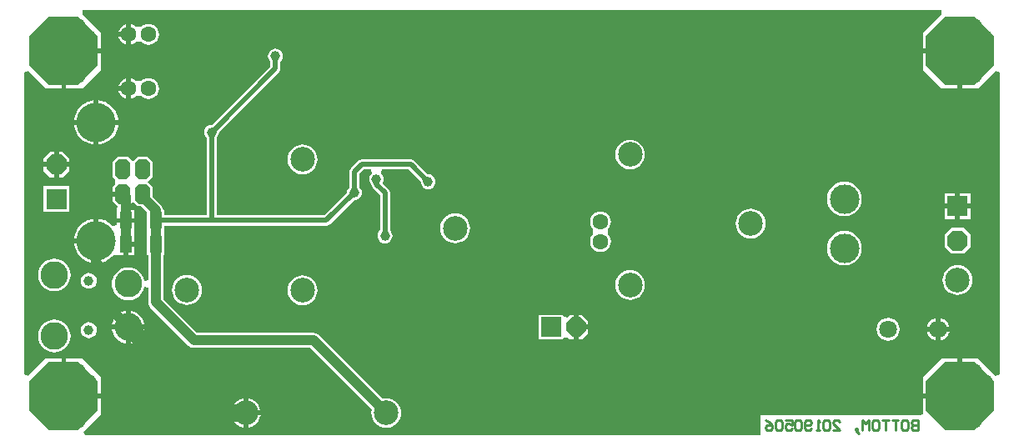
<source format=gbl>
G04*
G04 #@! TF.GenerationSoftware,Altium Limited,Altium Designer,19.0.15 (446)*
G04*
G04 Layer_Physical_Order=2*
G04 Layer_Color=16711680*
%FSLAX44Y44*%
%MOMM*%
G71*
G01*
G75*
%ADD15C,0.2540*%
%ADD24R,1.2700X1.6510*%
%ADD53C,0.5000*%
%ADD54C,1.0000*%
%ADD55C,1.8000*%
%ADD59C,3.0000*%
%ADD60C,1.8000*%
%ADD61R,2.1000X2.1000*%
%ADD62P,2.2730X8X292.5*%
%ADD63C,2.5000*%
%ADD64C,1.6000*%
%ADD65P,2.1648X8X22.5*%
%ADD66R,2.0000X2.0000*%
%ADD67C,2.8000*%
%ADD68C,1.0000*%
%ADD69C,4.0000*%
G04:AMPARAMS|DCode=70|XSize=1.6mm|YSize=2mm|CornerRadius=0mm|HoleSize=0mm|Usage=FLASHONLY|Rotation=0.000|XOffset=0mm|YOffset=0mm|HoleType=Round|Shape=Octagon|*
%AMOCTAGOND70*
4,1,8,-0.4000,1.0000,0.4000,1.0000,0.8000,0.6000,0.8000,-0.6000,0.4000,-1.0000,-0.4000,-1.0000,-0.8000,-0.6000,-0.8000,0.6000,-0.4000,1.0000,0.0*
%
%ADD70OCTAGOND70*%

G04:AMPARAMS|DCode=71|XSize=1.5mm|YSize=2mm|CornerRadius=0mm|HoleSize=0mm|Usage=FLASHONLY|Rotation=0.000|XOffset=0mm|YOffset=0mm|HoleType=Round|Shape=Octagon|*
%AMOCTAGOND71*
4,1,8,-0.3750,1.0000,0.3750,1.0000,0.7500,0.6250,0.7500,-0.6250,0.3750,-1.0000,-0.3750,-1.0000,-0.7500,-0.6250,-0.7500,0.6250,-0.3750,1.0000,0.0*
%
%ADD71OCTAGOND71*%

%ADD72C,1.5748*%
%ADD73P,7.5768X8X292.5*%
G36*
X936081Y432391D02*
X917460Y413770D01*
Y397500D01*
X927288D01*
X929600Y397196D01*
X931912Y397500D01*
X955000D01*
Y395000D01*
X957500D01*
Y357460D01*
X973770D01*
X991000Y374690D01*
X995000Y373033D01*
X995000Y66967D01*
X991000Y65310D01*
X973770Y82540D01*
X957500D01*
Y45000D01*
X955000D01*
Y42500D01*
X931912D01*
X929600Y42804D01*
X927288Y42500D01*
X917460D01*
Y29077D01*
X917460Y26230D01*
X913938Y25077D01*
X752470D01*
Y4800D01*
X66767Y4800D01*
X65110Y8800D01*
X82540Y26230D01*
Y42500D01*
X72712D01*
X70400Y42804D01*
X68088Y42500D01*
X45000D01*
Y45000D01*
X42500D01*
Y68088D01*
X42804Y70400D01*
X42500Y72712D01*
Y82540D01*
X26230D01*
X9000Y65310D01*
X5000Y66967D01*
Y373033D01*
X9000Y374690D01*
X26230Y357460D01*
X42500D01*
Y367288D01*
X42804Y369600D01*
X42500Y371912D01*
Y395000D01*
X45000D01*
Y397500D01*
X82540D01*
Y413770D01*
X63919Y432391D01*
X64131Y436391D01*
X935869D01*
X936081Y432391D01*
D02*
G37*
%LPC*%
G36*
X131000Y422631D02*
X128249Y422269D01*
X125684Y421207D01*
X123483Y419517D01*
X123453Y419478D01*
X118547D01*
X118517Y419517D01*
X116315Y421207D01*
X113751Y422269D01*
X113500Y422302D01*
Y412000D01*
Y401698D01*
X113751Y401731D01*
X116315Y402793D01*
X118517Y404483D01*
X118547Y404522D01*
X123453D01*
X123483Y404483D01*
X125684Y402793D01*
X128249Y401731D01*
X131000Y401369D01*
X133751Y401731D01*
X136315Y402793D01*
X138517Y404483D01*
X140207Y406684D01*
X141269Y409249D01*
X141631Y412000D01*
X141269Y414752D01*
X140207Y417315D01*
X138517Y419517D01*
X136315Y421207D01*
X133751Y422269D01*
X131000Y422631D01*
D02*
G37*
G36*
X108500Y422302D02*
X108249Y422269D01*
X105684Y421207D01*
X103483Y419517D01*
X101793Y417315D01*
X100731Y414752D01*
X100698Y414500D01*
X108500D01*
Y422302D01*
D02*
G37*
G36*
Y409500D02*
X100698D01*
X100731Y409249D01*
X101793Y406684D01*
X103483Y404483D01*
X105684Y402793D01*
X108249Y401731D01*
X108500Y401698D01*
Y409500D01*
D02*
G37*
G36*
X131000Y367631D02*
X128249Y367269D01*
X125684Y366207D01*
X123483Y364517D01*
X123453Y364478D01*
X118547D01*
X118517Y364517D01*
X116315Y366207D01*
X113751Y367269D01*
X113500Y367302D01*
Y357000D01*
Y346698D01*
X113751Y346731D01*
X116315Y347793D01*
X118517Y349483D01*
X118547Y349522D01*
X123453D01*
X123483Y349483D01*
X125684Y347793D01*
X128249Y346731D01*
X131000Y346369D01*
X133751Y346731D01*
X136315Y347793D01*
X138517Y349483D01*
X140207Y351684D01*
X141269Y354249D01*
X141631Y357000D01*
X141269Y359752D01*
X140207Y362315D01*
X138517Y364517D01*
X136315Y366207D01*
X133751Y367269D01*
X131000Y367631D01*
D02*
G37*
G36*
X108500Y367302D02*
X108249Y367269D01*
X105684Y366207D01*
X103483Y364517D01*
X101793Y362315D01*
X100731Y359752D01*
X100698Y359500D01*
X108500D01*
Y367302D01*
D02*
G37*
G36*
X929600Y392804D02*
X927288Y392500D01*
X917460D01*
Y376230D01*
X936230Y357460D01*
X952500D01*
Y367288D01*
X952804Y369600D01*
X952500Y371912D01*
Y392500D01*
X931912D01*
X929600Y392804D01*
D02*
G37*
G36*
X70400Y392804D02*
X68088Y392500D01*
X47500D01*
Y357460D01*
X63770D01*
X82540Y376230D01*
Y392500D01*
X72712D01*
X70400Y392804D01*
D02*
G37*
G36*
X108500Y354500D02*
X100698D01*
X100731Y354249D01*
X101793Y351684D01*
X103483Y349483D01*
X105684Y347793D01*
X108249Y346731D01*
X108500Y346698D01*
Y354500D01*
D02*
G37*
G36*
X80400Y345103D02*
Y325200D01*
X100303D01*
X100114Y327119D01*
X98825Y331367D01*
X96732Y335283D01*
X93915Y338715D01*
X90483Y341532D01*
X86567Y343625D01*
X82319Y344914D01*
X80400Y345103D01*
D02*
G37*
G36*
X75400D02*
X73481Y344914D01*
X69233Y343625D01*
X65317Y341532D01*
X61885Y338715D01*
X59068Y335283D01*
X56975Y331367D01*
X55686Y327119D01*
X55497Y325200D01*
X75400D01*
Y345103D01*
D02*
G37*
G36*
X260000Y397605D02*
X258032Y397346D01*
X256197Y396586D01*
X254622Y395378D01*
X253414Y393802D01*
X252654Y391968D01*
X252395Y390000D01*
X252654Y388032D01*
X253414Y386198D01*
X254622Y384622D01*
X254861Y384439D01*
Y379628D01*
X195299Y320066D01*
X195000Y320105D01*
X193032Y319846D01*
X191197Y319086D01*
X189622Y317878D01*
X188414Y316303D01*
X187654Y314468D01*
X187395Y312500D01*
X187654Y310532D01*
X188414Y308697D01*
X189622Y307122D01*
X189861Y306939D01*
Y228189D01*
X147130D01*
Y233845D01*
X145824D01*
X145586Y235657D01*
X144826Y237491D01*
X143618Y239067D01*
X135540Y247144D01*
Y257270D01*
X130310Y262500D01*
X135540Y267730D01*
Y282270D01*
X130270Y287540D01*
X119730D01*
X115000Y282810D01*
X110270Y287540D01*
X99730D01*
X94460Y282270D01*
Y267730D01*
X96987Y265203D01*
X97022Y259582D01*
X94960Y257520D01*
Y252500D01*
X105000D01*
Y247500D01*
X94960D01*
Y242480D01*
X99595Y237845D01*
X99051Y233845D01*
X98870D01*
Y225550D01*
X116650D01*
Y233845D01*
X110949D01*
X110405Y237845D01*
X114875Y242315D01*
X119730Y237460D01*
X123714D01*
X129350Y231824D01*
Y212255D01*
X129350D01*
Y209795D01*
X129350D01*
Y188205D01*
X130635D01*
Y162472D01*
X126701Y161992D01*
X125755Y165110D01*
X124219Y167984D01*
X122152Y170502D01*
X119634Y172569D01*
X116760Y174105D01*
X113642Y175051D01*
X110400Y175370D01*
X107158Y175051D01*
X104040Y174105D01*
X101166Y172569D01*
X98648Y170502D01*
X96581Y167984D01*
X95045Y165110D01*
X94099Y161992D01*
X93780Y158750D01*
X94099Y155508D01*
X95045Y152390D01*
X96581Y149516D01*
X98648Y146998D01*
X101166Y144931D01*
X104040Y143395D01*
X107158Y142449D01*
X110400Y142130D01*
X113642Y142449D01*
X116760Y143395D01*
X119634Y144931D01*
X122152Y146998D01*
X124219Y149516D01*
X125755Y152390D01*
X126701Y155508D01*
X130635Y155028D01*
Y140110D01*
X130894Y138142D01*
X131654Y136307D01*
X132862Y134732D01*
X171747Y95848D01*
X173322Y94639D01*
X174082Y94324D01*
X175157Y93879D01*
X177125Y93620D01*
X295625D01*
X357937Y31308D01*
X357677Y30449D01*
X357386Y27501D01*
X357677Y24553D01*
X358537Y21717D01*
X359933Y19105D01*
X361813Y16815D01*
X364103Y14935D01*
X366716Y13538D01*
X369551Y12678D01*
X372499Y12388D01*
X375448Y12678D01*
X378283Y13538D01*
X380895Y14935D01*
X383186Y16815D01*
X385065Y19105D01*
X386462Y21717D01*
X387322Y24553D01*
X387612Y27501D01*
X387322Y30449D01*
X386462Y33284D01*
X385065Y35897D01*
X383186Y38187D01*
X380895Y40067D01*
X378283Y41463D01*
X375448Y42323D01*
X372499Y42614D01*
X369551Y42323D01*
X368692Y42063D01*
X304153Y106603D01*
X302577Y107811D01*
X300743Y108571D01*
X298775Y108830D01*
X180275D01*
X145845Y143260D01*
Y188205D01*
X147130D01*
Y209795D01*
X147130D01*
Y212255D01*
X147130D01*
Y217911D01*
X311700D01*
X313666Y218302D01*
X315334Y219416D01*
X339701Y243784D01*
X340000Y243745D01*
X341968Y244004D01*
X343802Y244764D01*
X345378Y245972D01*
X346586Y247547D01*
X347346Y249382D01*
X347605Y251350D01*
X347346Y253318D01*
X346586Y255152D01*
X345378Y256728D01*
X345139Y256911D01*
Y270371D01*
X349628Y274861D01*
X356643D01*
X357753Y270861D01*
X357122Y270377D01*
X355913Y268802D01*
X355153Y266968D01*
X354894Y265000D01*
X355153Y263031D01*
X355913Y261197D01*
X357122Y259622D01*
X357492Y259337D01*
X357752Y258034D01*
X358866Y256367D01*
X366011Y249221D01*
Y213061D01*
X365772Y212878D01*
X364564Y211303D01*
X363804Y209468D01*
X363545Y207500D01*
X363804Y205532D01*
X364564Y203697D01*
X365772Y202122D01*
X367347Y200914D01*
X369182Y200154D01*
X371150Y199895D01*
X373118Y200154D01*
X374953Y200914D01*
X376528Y202122D01*
X377736Y203697D01*
X378496Y205532D01*
X378755Y207500D01*
X378496Y209468D01*
X377736Y211303D01*
X376528Y212878D01*
X376289Y213061D01*
Y251350D01*
X375898Y253316D01*
X374784Y254984D01*
X368862Y260905D01*
X369085Y261197D01*
X369845Y263031D01*
X370104Y265000D01*
X369845Y266968D01*
X369085Y268802D01*
X367877Y270377D01*
X367246Y270861D01*
X368355Y274861D01*
X395372D01*
X407434Y262799D01*
X407395Y262500D01*
X407654Y260532D01*
X408414Y258697D01*
X409622Y257122D01*
X411198Y255914D01*
X413032Y255154D01*
X415000Y254895D01*
X416968Y255154D01*
X418802Y255914D01*
X420378Y257122D01*
X421586Y258697D01*
X422346Y260532D01*
X422605Y262500D01*
X422346Y264468D01*
X421586Y266303D01*
X420378Y267878D01*
X418802Y269086D01*
X416968Y269846D01*
X415000Y270105D01*
X414701Y270066D01*
X401134Y283634D01*
X399467Y284748D01*
X397500Y285139D01*
X347500D01*
X345533Y284748D01*
X343866Y283634D01*
X336366Y276134D01*
X335252Y274466D01*
X334861Y272500D01*
Y256911D01*
X334622Y256728D01*
X333414Y255152D01*
X332654Y253318D01*
X332395Y251350D01*
X332434Y251052D01*
X309571Y228189D01*
X200139D01*
Y306939D01*
X200378Y307122D01*
X201586Y308697D01*
X202346Y310532D01*
X202605Y312500D01*
X202566Y312799D01*
X263634Y373866D01*
X264748Y375533D01*
X265139Y377500D01*
Y384439D01*
X265378Y384622D01*
X266586Y386198D01*
X267346Y388032D01*
X267605Y390000D01*
X267346Y391968D01*
X266586Y393802D01*
X265378Y395378D01*
X263803Y396586D01*
X261968Y397346D01*
X260000Y397605D01*
D02*
G37*
G36*
X100303Y320200D02*
X80400D01*
Y300297D01*
X82319Y300486D01*
X86567Y301775D01*
X90483Y303868D01*
X93915Y306685D01*
X96732Y310117D01*
X98825Y314033D01*
X100114Y318281D01*
X100303Y320200D01*
D02*
G37*
G36*
X75400D02*
X55497D01*
X55686Y318281D01*
X56975Y314033D01*
X59068Y310117D01*
X61885Y306685D01*
X65317Y303868D01*
X69233Y301775D01*
X73481Y300486D01*
X75400Y300297D01*
Y320200D01*
D02*
G37*
G36*
X44020Y293040D02*
X40000D01*
Y282500D01*
X50540D01*
Y286520D01*
X44020Y293040D01*
D02*
G37*
G36*
X35000D02*
X30980D01*
X24460Y286520D01*
Y282500D01*
X35000D01*
Y293040D01*
D02*
G37*
G36*
X620000Y305113D02*
X617052Y304822D01*
X614217Y303962D01*
X611604Y302566D01*
X609314Y300686D01*
X607434Y298396D01*
X606038Y295783D01*
X605178Y292948D01*
X604887Y290000D01*
X605178Y287052D01*
X606038Y284217D01*
X607434Y281604D01*
X609314Y279314D01*
X611604Y277434D01*
X614217Y276038D01*
X617052Y275178D01*
X620000Y274887D01*
X622948Y275178D01*
X625783Y276038D01*
X628396Y277434D01*
X630686Y279314D01*
X632566Y281604D01*
X633962Y284217D01*
X634822Y287052D01*
X635113Y290000D01*
X634822Y292948D01*
X633962Y295783D01*
X632566Y298396D01*
X630686Y300686D01*
X628396Y302566D01*
X625783Y303962D01*
X622948Y304822D01*
X620000Y305113D01*
D02*
G37*
G36*
X287500Y300113D02*
X284552Y299822D01*
X281717Y298962D01*
X279104Y297566D01*
X276814Y295686D01*
X274934Y293396D01*
X273538Y290783D01*
X272678Y287948D01*
X272387Y285000D01*
X272678Y282052D01*
X273538Y279217D01*
X274934Y276604D01*
X276814Y274314D01*
X279104Y272434D01*
X281717Y271038D01*
X284552Y270178D01*
X287500Y269887D01*
X290448Y270178D01*
X293283Y271038D01*
X295896Y272434D01*
X298186Y274314D01*
X300066Y276604D01*
X301462Y279217D01*
X302322Y282052D01*
X302613Y285000D01*
X302322Y287948D01*
X301462Y290783D01*
X300066Y293396D01*
X298186Y295686D01*
X295896Y297566D01*
X293283Y298962D01*
X290448Y299822D01*
X287500Y300113D01*
D02*
G37*
G36*
X50540Y277500D02*
X40000D01*
Y266960D01*
X44020D01*
X50540Y273480D01*
Y277500D01*
D02*
G37*
G36*
X35000D02*
X24460D01*
Y273480D01*
X30980Y266960D01*
X35000D01*
Y277500D01*
D02*
G37*
G36*
X965540Y250540D02*
X955000D01*
Y240000D01*
X965540D01*
Y250540D01*
D02*
G37*
G36*
X950000D02*
X939460D01*
Y240000D01*
X950000D01*
Y250540D01*
D02*
G37*
G36*
X50540Y258040D02*
X24460D01*
Y231960D01*
X50540D01*
Y258040D01*
D02*
G37*
G36*
X837500Y262625D02*
X834062Y262286D01*
X830755Y261283D01*
X827708Y259655D01*
X825037Y257463D01*
X822846Y254792D01*
X821217Y251745D01*
X820214Y248438D01*
X819875Y245000D01*
X820214Y241562D01*
X821217Y238255D01*
X822846Y235208D01*
X825037Y232537D01*
X827708Y230345D01*
X830755Y228717D01*
X834062Y227714D01*
X837500Y227375D01*
X840938Y227714D01*
X844245Y228717D01*
X847292Y230345D01*
X849963Y232537D01*
X852154Y235208D01*
X853783Y238255D01*
X854786Y241562D01*
X855125Y245000D01*
X854786Y248438D01*
X853783Y251745D01*
X852154Y254792D01*
X849963Y257463D01*
X847292Y259655D01*
X844245Y261283D01*
X840938Y262286D01*
X837500Y262625D01*
D02*
G37*
G36*
X965540Y235000D02*
X955000D01*
Y224460D01*
X965540D01*
Y235000D01*
D02*
G37*
G36*
X950000D02*
X939460D01*
Y224460D01*
X950000D01*
Y235000D01*
D02*
G37*
G36*
X742499Y235114D02*
X739551Y234823D01*
X736716Y233963D01*
X734103Y232567D01*
X731813Y230687D01*
X729933Y228397D01*
X728537Y225784D01*
X727677Y222949D01*
X727386Y220001D01*
X727677Y217052D01*
X728537Y214217D01*
X729933Y211605D01*
X731813Y209314D01*
X734103Y207435D01*
X736716Y206038D01*
X739551Y205178D01*
X742499Y204888D01*
X745447Y205178D01*
X748283Y206038D01*
X750895Y207435D01*
X753186Y209314D01*
X755065Y211605D01*
X756462Y214217D01*
X757321Y217052D01*
X757612Y220001D01*
X757321Y222949D01*
X756462Y225784D01*
X755065Y228397D01*
X753186Y230687D01*
X750895Y232567D01*
X748283Y233963D01*
X745447Y234823D01*
X742499Y235114D01*
D02*
G37*
G36*
X75400Y224703D02*
X73481Y224514D01*
X69233Y223225D01*
X65317Y221132D01*
X61885Y218315D01*
X59068Y214883D01*
X56975Y210967D01*
X55686Y206719D01*
X55497Y204800D01*
X75400D01*
Y224703D01*
D02*
G37*
G36*
X442500Y230113D02*
X439552Y229822D01*
X436717Y228962D01*
X434104Y227566D01*
X431814Y225686D01*
X429934Y223396D01*
X428538Y220783D01*
X427678Y217948D01*
X427387Y215000D01*
X427678Y212052D01*
X428538Y209217D01*
X429934Y206604D01*
X431814Y204314D01*
X434104Y202434D01*
X436717Y201038D01*
X439552Y200178D01*
X442500Y199887D01*
X445448Y200178D01*
X448283Y201038D01*
X450896Y202434D01*
X453186Y204314D01*
X455066Y206604D01*
X456462Y209217D01*
X457322Y212052D01*
X457613Y215000D01*
X457322Y217948D01*
X456462Y220783D01*
X455066Y223396D01*
X453186Y225686D01*
X450896Y227566D01*
X448283Y228962D01*
X445448Y229822D01*
X442500Y230113D01*
D02*
G37*
G36*
X590000Y232281D02*
X587248Y231919D01*
X584684Y230857D01*
X582483Y229167D01*
X580793Y226966D01*
X579731Y224401D01*
X579369Y221650D01*
X579731Y218899D01*
X580793Y216334D01*
X582483Y214133D01*
X582522Y214103D01*
Y209197D01*
X582483Y209167D01*
X580793Y206965D01*
X579731Y204401D01*
X579369Y201650D01*
X579731Y198899D01*
X580793Y196334D01*
X582483Y194133D01*
X584684Y192443D01*
X587248Y191381D01*
X590000Y191019D01*
X592752Y191381D01*
X595315Y192443D01*
X597517Y194133D01*
X599207Y196334D01*
X600269Y198899D01*
X600631Y201650D01*
X600269Y204401D01*
X599207Y206965D01*
X597517Y209167D01*
X597478Y209197D01*
Y214103D01*
X597517Y214133D01*
X599207Y216334D01*
X600269Y218899D01*
X600631Y221650D01*
X600269Y224401D01*
X599207Y226966D01*
X597517Y229167D01*
X595315Y230857D01*
X592752Y231919D01*
X590000Y232281D01*
D02*
G37*
G36*
X959020Y215540D02*
X945980D01*
X939460Y209020D01*
Y195980D01*
X945980Y189460D01*
X959020D01*
X965540Y195980D01*
Y209020D01*
X959020Y215540D01*
D02*
G37*
G36*
X116650Y196500D02*
X110260D01*
Y188205D01*
X116650D01*
Y196500D01*
D02*
G37*
G36*
X80400Y224703D02*
Y202300D01*
Y179897D01*
X82319Y180086D01*
X86567Y181375D01*
X90483Y183468D01*
X93915Y186285D01*
X95078Y187702D01*
X98870Y188205D01*
X98870Y188205D01*
X105260D01*
Y199000D01*
X107760D01*
Y201500D01*
X116650D01*
Y208255D01*
X116650Y212255D01*
X116650Y213795D01*
Y220550D01*
X98870D01*
Y218583D01*
X94870Y217152D01*
X93915Y218315D01*
X90483Y221132D01*
X86567Y223225D01*
X82319Y224514D01*
X80400Y224703D01*
D02*
G37*
G36*
X75400Y199800D02*
X55497D01*
X55686Y197881D01*
X56975Y193633D01*
X59068Y189717D01*
X61885Y186285D01*
X65317Y183468D01*
X69233Y181375D01*
X73481Y180086D01*
X75400Y179897D01*
Y199800D01*
D02*
G37*
G36*
X837500Y212625D02*
X834062Y212286D01*
X830755Y211283D01*
X827708Y209655D01*
X825037Y207463D01*
X822846Y204792D01*
X821217Y201745D01*
X820214Y198438D01*
X819875Y195000D01*
X820214Y191562D01*
X821217Y188255D01*
X822846Y185208D01*
X825037Y182537D01*
X827708Y180345D01*
X830755Y178717D01*
X834062Y177714D01*
X837500Y177375D01*
X840938Y177714D01*
X844245Y178717D01*
X847292Y180345D01*
X849963Y182537D01*
X852154Y185208D01*
X853783Y188255D01*
X854786Y191562D01*
X855125Y195000D01*
X854786Y198438D01*
X853783Y201745D01*
X852154Y204792D01*
X849963Y207463D01*
X847292Y209655D01*
X844245Y211283D01*
X840938Y212286D01*
X837500Y212625D01*
D02*
G37*
G36*
X70400Y169859D02*
X68301Y169583D01*
X66345Y168773D01*
X64666Y167484D01*
X63377Y165805D01*
X62567Y163849D01*
X62291Y161750D01*
X62567Y159651D01*
X63377Y157695D01*
X64666Y156016D01*
X66345Y154727D01*
X68301Y153917D01*
X70400Y153641D01*
X72499Y153917D01*
X74455Y154727D01*
X76134Y156016D01*
X77423Y157695D01*
X78233Y159651D01*
X78509Y161750D01*
X78233Y163849D01*
X77423Y165805D01*
X76134Y167484D01*
X74455Y168773D01*
X72499Y169583D01*
X70400Y169859D01*
D02*
G37*
G36*
X35400Y184370D02*
X32158Y184051D01*
X29040Y183105D01*
X26166Y181569D01*
X23648Y179502D01*
X21581Y176984D01*
X20045Y174110D01*
X19099Y170992D01*
X18780Y167750D01*
X19099Y164508D01*
X20045Y161390D01*
X21581Y158516D01*
X23648Y155998D01*
X26166Y153931D01*
X29040Y152395D01*
X32158Y151449D01*
X35400Y151130D01*
X38642Y151449D01*
X41760Y152395D01*
X44634Y153931D01*
X47152Y155998D01*
X49219Y158516D01*
X50755Y161390D01*
X51701Y164508D01*
X52020Y167750D01*
X51701Y170992D01*
X50755Y174110D01*
X49219Y176984D01*
X47152Y179502D01*
X44634Y181569D01*
X41760Y183105D01*
X38642Y184051D01*
X35400Y184370D01*
D02*
G37*
G36*
X952499Y177614D02*
X949551Y177323D01*
X946716Y176463D01*
X944103Y175067D01*
X941813Y173187D01*
X939933Y170897D01*
X938537Y168284D01*
X937677Y165449D01*
X937386Y162501D01*
X937677Y159552D01*
X938537Y156717D01*
X939933Y154105D01*
X941813Y151814D01*
X944103Y149935D01*
X946716Y148538D01*
X949551Y147678D01*
X952499Y147388D01*
X955447Y147678D01*
X958283Y148538D01*
X960895Y149935D01*
X963186Y151814D01*
X965065Y154105D01*
X966462Y156717D01*
X967322Y159552D01*
X967612Y162501D01*
X967322Y165449D01*
X966462Y168284D01*
X965065Y170897D01*
X963186Y173187D01*
X960895Y175067D01*
X958283Y176463D01*
X955447Y177323D01*
X952499Y177614D01*
D02*
G37*
G36*
X619999Y172612D02*
X617051Y172322D01*
X614216Y171462D01*
X611603Y170065D01*
X609313Y168186D01*
X607433Y165895D01*
X606037Y163283D01*
X605177Y160448D01*
X604886Y157499D01*
X605177Y154551D01*
X606037Y151716D01*
X607433Y149103D01*
X609313Y146813D01*
X611603Y144933D01*
X614216Y143537D01*
X617051Y142677D01*
X619999Y142386D01*
X622948Y142677D01*
X625783Y143537D01*
X628395Y144933D01*
X630686Y146813D01*
X632565Y149103D01*
X633962Y151716D01*
X634822Y154551D01*
X635112Y157499D01*
X634822Y160448D01*
X633962Y163283D01*
X632565Y165895D01*
X630686Y168186D01*
X628395Y170065D01*
X625783Y171462D01*
X622948Y172322D01*
X619999Y172612D01*
D02*
G37*
G36*
X169999Y167614D02*
X167051Y167323D01*
X164216Y166463D01*
X161603Y165067D01*
X159313Y163187D01*
X157433Y160897D01*
X156037Y158284D01*
X155177Y155449D01*
X154886Y152501D01*
X155177Y149552D01*
X156037Y146717D01*
X157433Y144105D01*
X159313Y141814D01*
X161603Y139935D01*
X164216Y138538D01*
X167051Y137678D01*
X169999Y137388D01*
X172948Y137678D01*
X175783Y138538D01*
X178395Y139935D01*
X180686Y141814D01*
X182565Y144105D01*
X183962Y146717D01*
X184822Y149552D01*
X185112Y152501D01*
X184822Y155449D01*
X183962Y158284D01*
X182565Y160897D01*
X180686Y163187D01*
X178395Y165067D01*
X175783Y166463D01*
X172948Y167323D01*
X169999Y167614D01*
D02*
G37*
G36*
X287500Y167213D02*
X284552Y166922D01*
X281717Y166062D01*
X279104Y164666D01*
X276814Y162786D01*
X274934Y160496D01*
X273538Y157883D01*
X272678Y155048D01*
X272387Y152100D01*
X272678Y149152D01*
X273538Y146317D01*
X274934Y143704D01*
X276814Y141414D01*
X279104Y139534D01*
X281717Y138138D01*
X284552Y137278D01*
X287500Y136987D01*
X290448Y137278D01*
X293283Y138138D01*
X295896Y139534D01*
X298186Y141414D01*
X300066Y143704D01*
X301462Y146317D01*
X302322Y149152D01*
X302613Y152100D01*
X302322Y155048D01*
X301462Y157883D01*
X300066Y160496D01*
X298186Y162786D01*
X295896Y164666D01*
X293283Y166062D01*
X290448Y166922D01*
X287500Y167213D01*
D02*
G37*
G36*
X562500Y127290D02*
X558730D01*
X556140Y124700D01*
X552140Y126357D01*
Y127290D01*
X527060D01*
Y102210D01*
X552140D01*
Y103143D01*
X556140Y104800D01*
X558730Y102210D01*
X562500D01*
Y114750D01*
Y127290D01*
D02*
G37*
G36*
X571270D02*
X567500D01*
Y117250D01*
X577540D01*
Y121020D01*
X571270Y127290D01*
D02*
G37*
G36*
X112900Y131124D02*
Y117250D01*
X126774D01*
X126701Y117992D01*
X125755Y121110D01*
X124219Y123984D01*
X122152Y126502D01*
X119634Y128569D01*
X116760Y130105D01*
X113642Y131051D01*
X112900Y131124D01*
D02*
G37*
G36*
X107900D02*
X107158Y131051D01*
X104040Y130105D01*
X101166Y128569D01*
X98648Y126502D01*
X96581Y123984D01*
X95045Y121110D01*
X94099Y117992D01*
X94026Y117250D01*
X107900D01*
Y131124D01*
D02*
G37*
G36*
X935400Y123810D02*
Y115000D01*
X944210D01*
X944143Y115513D01*
X942980Y118320D01*
X941130Y120730D01*
X938720Y122580D01*
X935912Y123743D01*
X935400Y123810D01*
D02*
G37*
G36*
X930400Y123810D02*
X929887Y123743D01*
X927080Y122580D01*
X924670Y120730D01*
X922820Y118320D01*
X921657Y115513D01*
X921590Y115000D01*
X930400D01*
Y123810D01*
D02*
G37*
G36*
X70400Y119859D02*
X68301Y119583D01*
X66345Y118773D01*
X64666Y117484D01*
X63377Y115805D01*
X62567Y113849D01*
X62291Y111750D01*
X62567Y109651D01*
X63377Y107695D01*
X64666Y106016D01*
X66345Y104727D01*
X68301Y103917D01*
X70400Y103641D01*
X72499Y103917D01*
X74455Y104727D01*
X76134Y106016D01*
X77423Y107695D01*
X78233Y109651D01*
X78509Y111750D01*
X78233Y113849D01*
X77423Y115805D01*
X76134Y117484D01*
X74455Y118773D01*
X72499Y119583D01*
X70400Y119859D01*
D02*
G37*
G36*
X577540Y112250D02*
X567500D01*
Y102210D01*
X571270D01*
X577540Y108480D01*
Y112250D01*
D02*
G37*
G36*
X930400Y110000D02*
X921590D01*
X921657Y109487D01*
X922820Y106680D01*
X924670Y104270D01*
X927080Y102420D01*
X929887Y101257D01*
X930400Y101190D01*
Y110000D01*
D02*
G37*
G36*
X944210D02*
X935400D01*
Y101190D01*
X935912Y101257D01*
X938720Y102420D01*
X941130Y104270D01*
X942980Y106680D01*
X944143Y109487D01*
X944210Y110000D01*
D02*
G37*
G36*
X882100Y124140D02*
X879087Y123743D01*
X876280Y122580D01*
X873870Y120730D01*
X872020Y118320D01*
X870857Y115513D01*
X870460Y112500D01*
X870857Y109487D01*
X872020Y106680D01*
X873870Y104270D01*
X876280Y102420D01*
X879087Y101257D01*
X882100Y100861D01*
X885113Y101257D01*
X887920Y102420D01*
X890330Y104270D01*
X892180Y106680D01*
X893343Y109487D01*
X893739Y112500D01*
X893343Y115513D01*
X892180Y118320D01*
X890330Y120730D01*
X887920Y122580D01*
X885113Y123743D01*
X882100Y124140D01*
D02*
G37*
G36*
X107900Y112250D02*
X94026D01*
X94099Y111508D01*
X95045Y108390D01*
X96581Y105516D01*
X98648Y102998D01*
X101166Y100931D01*
X104040Y99395D01*
X107158Y98449D01*
X107900Y98376D01*
Y112250D01*
D02*
G37*
G36*
X126774D02*
X112900D01*
Y98376D01*
X113642Y98449D01*
X116760Y99395D01*
X119634Y100931D01*
X122152Y102998D01*
X124219Y105516D01*
X125755Y108390D01*
X126701Y111508D01*
X126774Y112250D01*
D02*
G37*
G36*
X35400Y122370D02*
X32158Y122051D01*
X29040Y121105D01*
X26166Y119569D01*
X23648Y117502D01*
X21581Y114984D01*
X20045Y112110D01*
X19099Y108992D01*
X18780Y105750D01*
X19099Y102508D01*
X20045Y99390D01*
X21581Y96516D01*
X23648Y93998D01*
X26166Y91931D01*
X29040Y90395D01*
X32158Y89449D01*
X35400Y89130D01*
X38642Y89449D01*
X41760Y90395D01*
X44634Y91931D01*
X47152Y93998D01*
X49219Y96516D01*
X50755Y99390D01*
X51701Y102508D01*
X52020Y105750D01*
X51701Y108992D01*
X50755Y112110D01*
X49219Y114984D01*
X47152Y117502D01*
X44634Y119569D01*
X41760Y121105D01*
X38642Y122051D01*
X35400Y122370D01*
D02*
G37*
G36*
X63770Y82540D02*
X47500D01*
Y47500D01*
X82540D01*
Y63770D01*
X63770Y82540D01*
D02*
G37*
G36*
X952500D02*
X936230D01*
X917460Y63770D01*
Y47500D01*
X927288D01*
X929600Y47196D01*
X931912Y47500D01*
X952500D01*
Y68088D01*
X952804Y70400D01*
X952500Y72712D01*
Y82540D01*
D02*
G37*
G36*
X232499Y42367D02*
Y30001D01*
X244866D01*
X244822Y30449D01*
X243962Y33284D01*
X242565Y35897D01*
X240686Y38187D01*
X238395Y40067D01*
X235783Y41463D01*
X232948Y42323D01*
X232499Y42367D01*
D02*
G37*
G36*
X227499D02*
X227051Y42323D01*
X224216Y41463D01*
X221603Y40067D01*
X219313Y38187D01*
X217433Y35897D01*
X216037Y33284D01*
X215177Y30449D01*
X215133Y30001D01*
X227499D01*
Y42367D01*
D02*
G37*
G36*
X244866Y25001D02*
X232499D01*
Y12634D01*
X232948Y12678D01*
X235783Y13538D01*
X238395Y14935D01*
X240686Y16815D01*
X242565Y19105D01*
X243962Y21717D01*
X244822Y24553D01*
X244866Y25001D01*
D02*
G37*
G36*
X227499D02*
X215133D01*
X215177Y24553D01*
X216037Y21717D01*
X217433Y19105D01*
X219313Y16815D01*
X221603Y14935D01*
X224216Y13538D01*
X227051Y12678D01*
X227499Y12634D01*
Y25001D01*
D02*
G37*
%LPD*%
D15*
X912500Y19997D02*
Y10000D01*
X907502D01*
X905835Y11666D01*
Y13332D01*
X907502Y14998D01*
X912500D01*
X907502D01*
X905835Y16665D01*
Y18331D01*
X907502Y19997D01*
X912500D01*
X897505D02*
X900837D01*
X902503Y18331D01*
Y11666D01*
X900837Y10000D01*
X897505D01*
X895839Y11666D01*
Y18331D01*
X897505Y19997D01*
X892506D02*
X885842D01*
X889174D01*
Y10000D01*
X882510Y19997D02*
X875845D01*
X879177D01*
Y10000D01*
X867514Y19997D02*
X870847D01*
X872513Y18331D01*
Y11666D01*
X870847Y10000D01*
X867514D01*
X865848Y11666D01*
Y18331D01*
X867514Y19997D01*
X862516Y10000D02*
Y19997D01*
X859184Y16665D01*
X855852Y19997D01*
Y10000D01*
X850853Y8334D02*
X849187Y10000D01*
Y11666D01*
X850853D01*
Y10000D01*
X849187D01*
X850853Y8334D01*
X852519Y6668D01*
X825861Y10000D02*
X832526D01*
X825861Y16665D01*
Y18331D01*
X827527Y19997D01*
X830860D01*
X832526Y18331D01*
X822529D02*
X820863Y19997D01*
X817531D01*
X815864Y18331D01*
Y11666D01*
X817531Y10000D01*
X820863D01*
X822529Y11666D01*
Y18331D01*
X812532Y10000D02*
X809200D01*
X810866D01*
Y19997D01*
X812532Y18331D01*
X804202Y11666D02*
X802535Y10000D01*
X799203D01*
X797537Y11666D01*
Y18331D01*
X799203Y19997D01*
X802535D01*
X804202Y18331D01*
Y16665D01*
X802535Y14998D01*
X797537D01*
X794205Y18331D02*
X792539Y19997D01*
X789206D01*
X787540Y18331D01*
Y11666D01*
X789206Y10000D01*
X792539D01*
X794205Y11666D01*
Y18331D01*
X777543Y19997D02*
X784208D01*
Y14998D01*
X780876Y16665D01*
X779210D01*
X777543Y14998D01*
Y11666D01*
X779210Y10000D01*
X782542D01*
X784208Y11666D01*
X774211Y18331D02*
X772545Y19997D01*
X769213D01*
X767547Y18331D01*
Y11666D01*
X769213Y10000D01*
X772545D01*
X774211Y11666D01*
Y18331D01*
X757550Y19997D02*
X760882Y18331D01*
X764214Y14998D01*
Y11666D01*
X762548Y10000D01*
X759216D01*
X757550Y11666D01*
Y13332D01*
X759216Y14998D01*
X764214D01*
D24*
X138240Y223050D02*
D03*
X107760D02*
D03*
X138240Y199000D02*
D03*
X107760D02*
D03*
D53*
X195000Y312500D02*
X260000Y377500D01*
X195000Y223050D02*
Y312500D01*
Y223050D02*
X311700D01*
X138240D02*
X195000D01*
X311700D02*
X340000Y251350D01*
X362499Y260001D02*
Y265000D01*
X347500Y280000D02*
X397500D01*
X415000Y262500D01*
X340000Y272500D02*
X347500Y280000D01*
X362499Y260001D02*
X371150Y251350D01*
X340000D02*
Y272500D01*
X371150Y207500D02*
Y251350D01*
X260000Y377500D02*
Y390000D01*
D54*
X107760Y223050D02*
Y247240D01*
Y199000D02*
Y223050D01*
X177125Y101225D02*
X208775D01*
X138240Y140110D02*
X177125Y101225D01*
X298775D02*
X372499Y27501D01*
X208775Y101225D02*
X298775D01*
X85000Y140150D02*
Y172900D01*
X77900Y180000D02*
Y202300D01*
Y180000D02*
X85000Y172900D01*
Y140150D02*
X110400Y114750D01*
X138240Y140110D02*
Y199000D01*
X105000Y250000D02*
X107760Y247240D01*
X125000Y246929D02*
X138240Y233689D01*
Y223050D02*
Y233689D01*
Y199000D02*
Y223050D01*
X125000Y246929D02*
Y250000D01*
D55*
X197649Y27501D02*
X229999D01*
X110400Y114750D02*
X197649Y27501D01*
D59*
X837500Y245000D02*
D03*
Y195000D02*
D03*
D60*
X882100Y112500D02*
D03*
X932900D02*
D03*
D61*
X952500Y237500D02*
D03*
X37500Y245000D02*
D03*
D62*
X952500Y202500D02*
D03*
X37500Y280000D02*
D03*
D63*
X952499Y162501D02*
D03*
X742499Y220001D02*
D03*
X169999Y152501D02*
D03*
X442500Y215000D02*
D03*
X619999Y157499D02*
D03*
X620000Y290000D02*
D03*
X287500Y285000D02*
D03*
Y152100D02*
D03*
X372499Y27501D02*
D03*
X229999D02*
D03*
D64*
X590000Y221650D02*
D03*
Y201650D02*
D03*
X131000Y357000D02*
D03*
X111000D02*
D03*
X131000Y412000D02*
D03*
X111000D02*
D03*
D65*
X565000Y114750D02*
D03*
D66*
X539600D02*
D03*
D67*
X110400D02*
D03*
Y158750D02*
D03*
X35400Y167750D02*
D03*
Y105750D02*
D03*
D68*
X70400Y111750D02*
D03*
Y161750D02*
D03*
X690000Y97600D02*
D03*
X195000Y312500D02*
D03*
X965000Y347600D02*
D03*
X990000Y297600D02*
D03*
Y197600D02*
D03*
Y97600D02*
D03*
X915000Y347600D02*
D03*
X940000Y297600D02*
D03*
X915000Y247600D02*
D03*
X940000Y97600D02*
D03*
X890000Y397600D02*
D03*
X865000Y347600D02*
D03*
X890000Y297600D02*
D03*
X865000Y47600D02*
D03*
X840000Y397600D02*
D03*
X815000Y347600D02*
D03*
Y47600D02*
D03*
X790000Y397600D02*
D03*
X765000Y347600D02*
D03*
X790000Y197600D02*
D03*
X765000Y147600D02*
D03*
X790000Y97600D02*
D03*
X765000Y47600D02*
D03*
X740000Y397600D02*
D03*
Y97600D02*
D03*
X715000Y47600D02*
D03*
X690000Y397600D02*
D03*
X665000Y47600D02*
D03*
X615000Y347600D02*
D03*
X640000Y97600D02*
D03*
X615000Y47600D02*
D03*
X590000Y397600D02*
D03*
X565000Y347600D02*
D03*
Y147600D02*
D03*
X590000Y97600D02*
D03*
X565000Y47600D02*
D03*
X540000Y397600D02*
D03*
X515000Y347600D02*
D03*
Y47600D02*
D03*
X490000Y397600D02*
D03*
X465000Y347600D02*
D03*
X490000Y297600D02*
D03*
X465000Y247600D02*
D03*
Y147600D02*
D03*
X490000Y97600D02*
D03*
X465000Y47600D02*
D03*
X440000Y397600D02*
D03*
X415000Y347600D02*
D03*
X440000Y297600D02*
D03*
X415000Y147600D02*
D03*
X440000Y97600D02*
D03*
X415000Y47600D02*
D03*
X390000Y397600D02*
D03*
X365000Y147600D02*
D03*
X390000Y97600D02*
D03*
X340000Y397600D02*
D03*
X315000Y347600D02*
D03*
X340000Y297600D02*
D03*
X315000Y247600D02*
D03*
X340000Y97600D02*
D03*
X290000Y397600D02*
D03*
X265000Y247600D02*
D03*
X290000Y197600D02*
D03*
X265000Y47600D02*
D03*
X215000Y247600D02*
D03*
X240000Y197600D02*
D03*
X215000Y47600D02*
D03*
X190000Y397600D02*
D03*
X165000Y347600D02*
D03*
Y247600D02*
D03*
X190000Y197600D02*
D03*
X165000Y47600D02*
D03*
X90000Y397600D02*
D03*
X65000Y347600D02*
D03*
X90000Y297600D02*
D03*
X65000Y147600D02*
D03*
X15000Y347600D02*
D03*
X40000Y297600D02*
D03*
X15000Y247600D02*
D03*
X40000Y197600D02*
D03*
X15000Y147600D02*
D03*
X208775Y101225D02*
D03*
X362499Y265000D02*
D03*
X415000Y262500D02*
D03*
X340000Y251350D02*
D03*
X371150Y207500D02*
D03*
X260000Y390000D02*
D03*
D69*
X77900Y202300D02*
D03*
Y322700D02*
D03*
D70*
X125000Y250000D02*
D03*
Y275000D02*
D03*
X105000D02*
D03*
D71*
Y250000D02*
D03*
D72*
X980400Y408970D02*
D03*
Y382300D02*
D03*
X929600D02*
D03*
Y407700D02*
D03*
X968970Y369600D02*
D03*
X942300D02*
D03*
X968970Y420400D02*
D03*
X942300D02*
D03*
X980400Y58970D02*
D03*
Y32300D02*
D03*
X929600D02*
D03*
Y57700D02*
D03*
X968970Y19600D02*
D03*
X942300D02*
D03*
X968970Y70400D02*
D03*
X942300D02*
D03*
X70400Y408970D02*
D03*
Y382300D02*
D03*
X19600D02*
D03*
Y407700D02*
D03*
X58970Y369600D02*
D03*
X32300D02*
D03*
X58970Y420400D02*
D03*
X32300D02*
D03*
X70400Y58970D02*
D03*
Y32300D02*
D03*
X19600D02*
D03*
Y57700D02*
D03*
X58970Y19600D02*
D03*
X32300D02*
D03*
X58970Y70400D02*
D03*
X32300D02*
D03*
D73*
X955000Y395000D02*
D03*
Y45000D02*
D03*
X45000Y395000D02*
D03*
Y45000D02*
D03*
M02*

</source>
